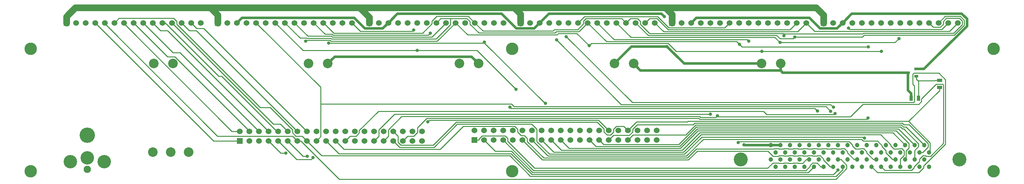
<source format=gtl>
G04 (created by PCBNEW (2013-mar-13)-testing) date Wed 08 Oct 2014 05:14:40 PM PDT*
%MOIN*%
G04 Gerber Fmt 3.4, Leading zero omitted, Abs format*
%FSLAX34Y34*%
G01*
G70*
G90*
G04 APERTURE LIST*
%ADD10C,0.005906*%
%ADD11C,0.100000*%
%ADD12R,0.060000X0.060000*%
%ADD13C,0.060000*%
%ADD14C,0.130000*%
%ADD15C,0.145669*%
%ADD16C,0.047244*%
%ADD17C,0.076000*%
%ADD18C,0.140000*%
%ADD19C,0.160000*%
%ADD20R,0.039400X0.031500*%
%ADD21R,0.055000X0.035000*%
%ADD22R,0.035000X0.055000*%
%ADD23C,0.035000*%
%ADD24C,0.010000*%
%ADD25C,0.025000*%
%ADD26C,0.070000*%
G04 APERTURE END LIST*
G54D10*
G54D11*
X29559Y-27137D03*
X31559Y-27137D03*
X45700Y-27137D03*
X47700Y-27137D03*
X61448Y-27137D03*
X63448Y-27137D03*
X77590Y-27137D03*
X79590Y-27137D03*
X92944Y-27137D03*
X94944Y-27137D03*
G54D12*
X38527Y-35208D03*
G54D13*
X38527Y-34208D03*
X43527Y-35208D03*
X39527Y-34208D03*
X44527Y-35208D03*
X40527Y-34208D03*
X45527Y-35208D03*
X41527Y-34208D03*
X46527Y-35208D03*
X42527Y-34208D03*
X47527Y-35208D03*
X43527Y-34208D03*
X48527Y-35208D03*
X44527Y-34208D03*
X49527Y-35208D03*
X45527Y-34208D03*
X50527Y-35208D03*
X46527Y-34208D03*
X51527Y-35208D03*
X47527Y-34208D03*
X52527Y-35208D03*
X48527Y-34208D03*
X53527Y-35208D03*
X49527Y-34208D03*
X50527Y-34208D03*
X54527Y-35208D03*
X51527Y-34208D03*
X53527Y-34208D03*
X54527Y-34208D03*
X55527Y-34208D03*
X56527Y-34208D03*
X55527Y-35208D03*
X56527Y-35208D03*
X39527Y-35208D03*
X40527Y-35208D03*
X41527Y-35208D03*
X42527Y-35208D03*
X57527Y-35208D03*
X57527Y-34208D03*
X52527Y-34208D03*
G54D12*
X20460Y-22874D03*
G54D13*
X21460Y-22874D03*
X22460Y-22874D03*
X23460Y-22874D03*
X24460Y-22874D03*
X25460Y-22874D03*
X26460Y-22874D03*
X27460Y-22874D03*
X28460Y-22874D03*
X29460Y-22874D03*
X30460Y-22874D03*
X31460Y-22874D03*
X32460Y-22874D03*
X33460Y-22874D03*
X34460Y-22874D03*
G54D12*
X36248Y-22874D03*
G54D13*
X37248Y-22874D03*
X38248Y-22874D03*
X39248Y-22874D03*
X40248Y-22874D03*
X41248Y-22874D03*
X42248Y-22874D03*
X43248Y-22874D03*
X44248Y-22874D03*
X45248Y-22874D03*
X46248Y-22874D03*
X47248Y-22874D03*
X48248Y-22874D03*
X49248Y-22874D03*
X50248Y-22874D03*
G54D12*
X52035Y-22874D03*
G54D13*
X53035Y-22874D03*
X54035Y-22874D03*
X55035Y-22874D03*
X56035Y-22874D03*
X57035Y-22874D03*
X58035Y-22874D03*
X59035Y-22874D03*
X60035Y-22874D03*
X61035Y-22874D03*
X62035Y-22874D03*
X63035Y-22874D03*
X64035Y-22874D03*
X65035Y-22874D03*
X66035Y-22874D03*
G54D12*
X67822Y-22874D03*
G54D13*
X68822Y-22874D03*
X69822Y-22874D03*
X70822Y-22874D03*
X71822Y-22874D03*
X72822Y-22874D03*
X73822Y-22874D03*
X74822Y-22874D03*
X75822Y-22874D03*
X76822Y-22874D03*
X77822Y-22874D03*
X78822Y-22874D03*
X79822Y-22874D03*
X80822Y-22874D03*
X81822Y-22874D03*
G54D12*
X83610Y-22874D03*
G54D13*
X84610Y-22874D03*
X85610Y-22874D03*
X86610Y-22874D03*
X87610Y-22874D03*
X88610Y-22874D03*
X89610Y-22874D03*
X90610Y-22874D03*
X91610Y-22874D03*
X92610Y-22874D03*
X93610Y-22874D03*
X94610Y-22874D03*
X95610Y-22874D03*
X96610Y-22874D03*
X97610Y-22874D03*
G54D12*
X99397Y-22874D03*
G54D13*
X100397Y-22874D03*
X101397Y-22874D03*
X102397Y-22874D03*
X103397Y-22874D03*
X104397Y-22874D03*
X105397Y-22874D03*
X106397Y-22874D03*
X107397Y-22874D03*
X108397Y-22874D03*
X109397Y-22874D03*
X110397Y-22874D03*
X111397Y-22874D03*
X112397Y-22874D03*
X113397Y-22874D03*
G54D14*
X117125Y-25590D03*
X16732Y-38385D03*
X117125Y-38385D03*
X66929Y-25590D03*
X66929Y-38385D03*
X16732Y-25590D03*
G54D15*
X90765Y-37163D03*
X113564Y-37163D03*
G54D16*
X93915Y-35663D03*
X94415Y-36413D03*
X94915Y-35663D03*
X95415Y-36413D03*
X95915Y-35663D03*
X96415Y-36413D03*
X96915Y-35663D03*
X97415Y-36413D03*
X97915Y-35663D03*
X98415Y-36413D03*
X98915Y-35663D03*
X99415Y-36413D03*
X99915Y-35663D03*
X100415Y-36413D03*
X100915Y-35663D03*
X101415Y-36413D03*
X101915Y-35663D03*
X102415Y-36413D03*
X102915Y-35663D03*
X103415Y-36413D03*
X103915Y-35663D03*
X104415Y-36413D03*
X104915Y-35663D03*
X105415Y-36413D03*
X105915Y-35663D03*
X106415Y-36413D03*
X106915Y-35663D03*
X107415Y-36413D03*
X107915Y-35663D03*
X108415Y-36413D03*
X108915Y-35663D03*
X109415Y-36413D03*
X109915Y-35663D03*
X110415Y-36413D03*
X93915Y-37163D03*
X94415Y-37913D03*
X94915Y-37163D03*
X95415Y-37913D03*
X95915Y-37163D03*
X96415Y-37913D03*
X96915Y-37163D03*
X97415Y-37913D03*
X97915Y-37163D03*
X98415Y-37913D03*
X98915Y-37163D03*
X99415Y-37913D03*
X99915Y-37163D03*
X100415Y-37913D03*
X100915Y-37163D03*
X101415Y-37913D03*
X101915Y-37163D03*
X102415Y-37913D03*
X102915Y-37163D03*
X103415Y-37913D03*
X103915Y-37163D03*
X104415Y-37913D03*
X104915Y-37163D03*
X105415Y-37913D03*
X105915Y-37163D03*
X106415Y-37913D03*
X106915Y-37163D03*
X107415Y-37913D03*
X107915Y-37163D03*
X108415Y-37913D03*
X108915Y-37163D03*
X109415Y-37913D03*
X109915Y-37163D03*
X110415Y-37913D03*
G54D17*
X22637Y-38178D03*
G54D18*
X22637Y-36998D03*
G54D19*
X22637Y-34638D03*
G54D18*
X24407Y-37388D03*
X20867Y-37388D03*
G54D11*
X29480Y-36377D03*
X31350Y-36377D03*
X33220Y-36377D03*
G54D12*
X63011Y-35137D03*
G54D13*
X63011Y-34137D03*
X68011Y-35137D03*
X64011Y-34137D03*
X69011Y-35137D03*
X65011Y-34137D03*
X70011Y-35137D03*
X66011Y-34137D03*
X71011Y-35137D03*
X67011Y-34137D03*
X72011Y-35137D03*
X68011Y-34137D03*
X73011Y-35137D03*
X69011Y-34137D03*
X74011Y-35137D03*
X70011Y-34137D03*
X75011Y-35137D03*
X71011Y-34137D03*
X76011Y-35137D03*
X72011Y-34137D03*
X77011Y-35137D03*
X73011Y-34137D03*
X78011Y-35137D03*
X74011Y-34137D03*
X75011Y-34137D03*
X79011Y-35137D03*
X76011Y-34137D03*
X78011Y-34137D03*
X79011Y-34137D03*
X80011Y-34137D03*
X81011Y-34137D03*
X80011Y-35137D03*
X81011Y-35137D03*
X64011Y-35137D03*
X65011Y-35137D03*
X66011Y-35137D03*
X67011Y-35137D03*
X82011Y-35137D03*
X82011Y-34137D03*
X77011Y-34137D03*
G54D20*
X108212Y-28078D03*
X109078Y-27703D03*
X109078Y-28453D03*
G54D21*
X111496Y-29626D03*
X111496Y-28876D03*
G54D22*
X109296Y-30763D03*
X108546Y-30763D03*
G54D23*
X57044Y-25749D03*
X67346Y-29837D03*
X90636Y-25108D03*
X104078Y-25388D03*
X91610Y-24778D03*
X92973Y-25842D03*
X74960Y-25266D03*
X105429Y-25842D03*
X45401Y-24787D03*
X94867Y-24935D03*
X58405Y-23945D03*
X107266Y-24519D03*
X95278Y-24210D03*
X96407Y-24359D03*
X70411Y-31303D03*
X64056Y-24906D03*
X47795Y-24999D03*
X102007Y-23413D03*
X56658Y-23624D03*
X58142Y-33211D03*
X100907Y-38262D03*
X100607Y-32373D03*
X72582Y-24307D03*
X88324Y-32597D03*
X104048Y-32834D03*
X100130Y-32110D03*
X100449Y-31702D03*
X71564Y-24649D03*
X90508Y-35385D03*
X87610Y-32433D03*
X103680Y-34908D03*
X82791Y-22231D03*
X98766Y-32101D03*
X66695Y-31688D03*
X43333Y-36491D03*
X46178Y-36961D03*
X45586Y-36817D03*
X83085Y-25347D03*
X91102Y-35629D03*
G54D24*
X74488Y-22208D02*
X73822Y-22874D01*
X82107Y-22208D02*
X74488Y-22208D01*
X83272Y-23374D02*
X82107Y-22208D01*
X89110Y-23374D02*
X83272Y-23374D01*
X89610Y-22874D02*
X89110Y-23374D01*
X45123Y-25749D02*
X42248Y-22874D01*
X57044Y-25749D02*
X45123Y-25749D01*
X63258Y-25749D02*
X67346Y-29837D01*
X57044Y-25749D02*
X63258Y-25749D01*
X26460Y-22962D02*
X26460Y-22874D01*
X37706Y-34208D02*
X26460Y-22962D01*
X38527Y-34208D02*
X37706Y-34208D01*
X30998Y-26412D02*
X27460Y-22874D01*
X31763Y-26412D02*
X30998Y-26412D01*
X39527Y-34176D02*
X31763Y-26412D01*
X39527Y-34208D02*
X39527Y-34176D01*
X90350Y-24822D02*
X90636Y-25108D01*
X76770Y-24822D02*
X90350Y-24822D01*
X74822Y-22874D02*
X76770Y-24822D01*
X90917Y-25388D02*
X104078Y-25388D01*
X90636Y-25108D02*
X90917Y-25388D01*
X59485Y-22423D02*
X60502Y-22423D01*
X59035Y-22874D02*
X59485Y-22423D01*
X73914Y-23782D02*
X74822Y-22874D01*
X71547Y-23782D02*
X73914Y-23782D01*
X71390Y-23938D02*
X71547Y-23782D01*
X63463Y-23938D02*
X71390Y-23938D01*
X62535Y-23010D02*
X63463Y-23938D01*
X62535Y-22737D02*
X62535Y-23010D01*
X62221Y-22423D02*
X62535Y-22737D01*
X60502Y-22423D02*
X62221Y-22423D01*
X44836Y-24462D02*
X43248Y-22874D01*
X45535Y-24462D02*
X44836Y-24462D01*
X45547Y-24474D02*
X45535Y-24462D01*
X48012Y-24474D02*
X45547Y-24474D01*
X48101Y-24562D02*
X48012Y-24474D01*
X59009Y-24562D02*
X48101Y-24562D01*
X60502Y-23069D02*
X59009Y-24562D01*
X60502Y-22423D02*
X60502Y-23069D01*
X31581Y-25994D02*
X28460Y-22874D01*
X32313Y-25994D02*
X31581Y-25994D01*
X40527Y-34208D02*
X32313Y-25994D01*
X77570Y-24622D02*
X75822Y-22874D01*
X91454Y-24622D02*
X77570Y-24622D01*
X91610Y-24778D02*
X91454Y-24622D01*
X45647Y-24273D02*
X44248Y-22874D01*
X48095Y-24273D02*
X45647Y-24273D01*
X48171Y-24349D02*
X48095Y-24273D01*
X58559Y-24349D02*
X48171Y-24349D01*
X60035Y-22874D02*
X58559Y-24349D01*
X92973Y-25842D02*
X105429Y-25842D01*
X30287Y-23700D02*
X29460Y-22874D01*
X31019Y-23700D02*
X30287Y-23700D01*
X41527Y-34208D02*
X31019Y-23700D01*
X75204Y-25022D02*
X74960Y-25266D01*
X83220Y-25022D02*
X75204Y-25022D01*
X84040Y-25842D02*
X83220Y-25022D01*
X92973Y-25842D02*
X84040Y-25842D01*
X62300Y-24138D02*
X61035Y-22874D01*
X71615Y-24138D02*
X62300Y-24138D01*
X71771Y-23982D02*
X71615Y-24138D01*
X73675Y-23982D02*
X71771Y-23982D01*
X74960Y-25266D02*
X73675Y-23982D01*
X45514Y-24674D02*
X45401Y-24787D01*
X47930Y-24674D02*
X45514Y-24674D01*
X48043Y-24787D02*
X47930Y-24674D01*
X59121Y-24787D02*
X48043Y-24787D01*
X61035Y-22874D02*
X59121Y-24787D01*
X42394Y-34208D02*
X42527Y-34208D01*
X36655Y-28470D02*
X42394Y-34208D01*
X36353Y-28470D02*
X36655Y-28470D01*
X30757Y-22874D02*
X36353Y-28470D01*
X30460Y-22874D02*
X30757Y-22874D01*
X58201Y-24149D02*
X58405Y-23945D01*
X48254Y-24149D02*
X58201Y-24149D01*
X48178Y-24073D02*
X48254Y-24149D01*
X47447Y-24073D02*
X48178Y-24073D01*
X46248Y-22874D02*
X47447Y-24073D01*
X94867Y-24935D02*
X94867Y-24935D01*
X79326Y-24377D02*
X77822Y-22874D01*
X94310Y-24377D02*
X79326Y-24377D01*
X94867Y-24935D02*
X94310Y-24377D01*
X106851Y-24935D02*
X107266Y-24519D01*
X94867Y-24935D02*
X106851Y-24935D01*
X95278Y-24210D02*
X95278Y-24011D01*
X79276Y-22420D02*
X78822Y-22874D01*
X80014Y-22420D02*
X79276Y-22420D01*
X80322Y-22728D02*
X80014Y-22420D01*
X80322Y-23015D02*
X80322Y-22728D01*
X81285Y-23977D02*
X80322Y-23015D01*
X95244Y-23977D02*
X81285Y-23977D01*
X95278Y-24011D02*
X95244Y-23977D01*
X42037Y-33450D02*
X31460Y-22874D01*
X42769Y-33450D02*
X42037Y-33450D01*
X43527Y-34208D02*
X42769Y-33450D01*
X63900Y-23738D02*
X63035Y-22874D01*
X71166Y-23738D02*
X63900Y-23738D01*
X71323Y-23582D02*
X71166Y-23738D01*
X73764Y-23582D02*
X71323Y-23582D01*
X74372Y-22973D02*
X73764Y-23582D01*
X74372Y-22687D02*
X74372Y-22973D01*
X74651Y-22408D02*
X74372Y-22687D01*
X78357Y-22408D02*
X74651Y-22408D01*
X78822Y-22874D02*
X78357Y-22408D01*
X47261Y-22874D02*
X47248Y-22874D01*
X48337Y-23949D02*
X47261Y-22874D01*
X57605Y-23949D02*
X48337Y-23949D01*
X58585Y-22969D02*
X57605Y-23949D01*
X58585Y-22687D02*
X58585Y-22969D01*
X59068Y-22204D02*
X58585Y-22687D01*
X62365Y-22204D02*
X59068Y-22204D01*
X63035Y-22874D02*
X62365Y-22204D01*
X103497Y-24011D02*
X95278Y-24011D01*
X103550Y-23958D02*
X103497Y-24011D01*
X112958Y-23958D02*
X103550Y-23958D01*
X113867Y-23050D02*
X112958Y-23958D01*
X113867Y-22685D02*
X113867Y-23050D01*
X113584Y-22402D02*
X113867Y-22685D01*
X112213Y-22402D02*
X113584Y-22402D01*
X111897Y-22718D02*
X112213Y-22402D01*
X111897Y-23014D02*
X111897Y-22718D01*
X111582Y-23329D02*
X111897Y-23014D01*
X110853Y-23329D02*
X111582Y-23329D01*
X110397Y-22874D02*
X110853Y-23329D01*
X81126Y-24177D02*
X79822Y-22874D01*
X94521Y-24177D02*
X81126Y-24177D01*
X94879Y-24535D02*
X94521Y-24177D01*
X96230Y-24535D02*
X94879Y-24535D01*
X96407Y-24359D02*
X96230Y-24535D01*
X33287Y-23700D02*
X32460Y-22874D01*
X34019Y-23700D02*
X33287Y-23700D01*
X44527Y-34208D02*
X34019Y-23700D01*
X64056Y-24906D02*
X64056Y-24987D01*
X70372Y-31303D02*
X70411Y-31303D01*
X64056Y-24987D02*
X70372Y-31303D01*
X47806Y-24987D02*
X47795Y-24999D01*
X47806Y-24987D02*
X47806Y-24987D01*
X64056Y-24987D02*
X47806Y-24987D01*
X64056Y-24987D02*
X64056Y-24987D01*
X103433Y-24359D02*
X96407Y-24359D01*
X103633Y-24159D02*
X103433Y-24359D01*
X113041Y-24159D02*
X103633Y-24159D01*
X114077Y-23124D02*
X113041Y-24159D01*
X114077Y-22607D02*
X114077Y-23124D01*
X113672Y-22202D02*
X114077Y-22607D01*
X112068Y-22202D02*
X113672Y-22202D01*
X111397Y-22874D02*
X112068Y-22202D01*
X95906Y-23577D02*
X96610Y-22874D01*
X83191Y-23577D02*
X95906Y-23577D01*
X82034Y-22420D02*
X83191Y-23577D01*
X81276Y-22420D02*
X82034Y-22420D01*
X80822Y-22874D02*
X81276Y-22420D01*
X34028Y-23441D02*
X33460Y-22874D01*
X34760Y-23441D02*
X34028Y-23441D01*
X45527Y-34208D02*
X34760Y-23441D01*
X102138Y-23544D02*
X102007Y-23413D01*
X111726Y-23544D02*
X102138Y-23544D01*
X112397Y-22874D02*
X111726Y-23544D01*
X82726Y-23777D02*
X81822Y-22874D01*
X96706Y-23777D02*
X82726Y-23777D01*
X97610Y-22874D02*
X96706Y-23777D01*
X98481Y-23744D02*
X97610Y-22874D01*
X112526Y-23744D02*
X98481Y-23744D01*
X113397Y-22874D02*
X112526Y-23744D01*
X56537Y-23744D02*
X56658Y-23624D01*
X51118Y-23744D02*
X56537Y-23744D01*
X50248Y-22874D02*
X51118Y-23744D01*
X58284Y-33069D02*
X58142Y-33211D01*
X75943Y-33069D02*
X58284Y-33069D01*
X77011Y-34137D02*
X75943Y-33069D01*
X45027Y-34708D02*
X45527Y-35208D01*
X44386Y-34708D02*
X45027Y-34708D01*
X44027Y-34349D02*
X44386Y-34708D01*
X44027Y-34067D02*
X44027Y-34349D01*
X41693Y-31733D02*
X44027Y-34067D01*
X40657Y-31733D02*
X41693Y-31733D01*
X31960Y-23036D02*
X40657Y-31733D01*
X31960Y-22712D02*
X31960Y-23036D01*
X31652Y-22404D02*
X31960Y-22712D01*
X25930Y-22404D02*
X31652Y-22404D01*
X25460Y-22874D02*
X25930Y-22404D01*
X101415Y-38214D02*
X101415Y-37913D01*
X100712Y-38916D02*
X101415Y-38214D01*
X68848Y-38916D02*
X100712Y-38916D01*
X66701Y-36770D02*
X68848Y-38916D01*
X47089Y-36770D02*
X66701Y-36770D01*
X47089Y-36770D02*
X47089Y-36770D01*
X45527Y-35208D02*
X47089Y-36770D01*
X48889Y-36570D02*
X47527Y-35208D01*
X66850Y-36570D02*
X48889Y-36570D01*
X68996Y-38716D02*
X66850Y-36570D01*
X100453Y-38716D02*
X68996Y-38716D01*
X100907Y-38262D02*
X100453Y-38716D01*
X50027Y-34708D02*
X49527Y-35208D01*
X50664Y-34708D02*
X50027Y-34708D01*
X50977Y-34395D02*
X50664Y-34708D01*
X50977Y-34121D02*
X50977Y-34395D01*
X52991Y-32107D02*
X50977Y-34121D01*
X93123Y-32107D02*
X52991Y-32107D01*
X93463Y-32447D02*
X93123Y-32107D01*
X100533Y-32447D02*
X93463Y-32447D01*
X100607Y-32373D02*
X100533Y-32447D01*
X79463Y-31188D02*
X72582Y-24307D01*
X108802Y-31188D02*
X79463Y-31188D01*
X108871Y-31120D02*
X108802Y-31188D01*
X108871Y-29451D02*
X108871Y-31120D01*
X108721Y-29300D02*
X108871Y-29451D01*
X108721Y-28236D02*
X108721Y-29300D01*
X108826Y-28130D02*
X108721Y-28236D01*
X111442Y-28130D02*
X108826Y-28130D01*
X112121Y-28809D02*
X111442Y-28130D01*
X112121Y-35550D02*
X112121Y-28809D01*
X109844Y-37826D02*
X112121Y-35550D01*
X109844Y-38031D02*
X109844Y-37826D01*
X109350Y-38525D02*
X109844Y-38031D01*
X105027Y-38525D02*
X109350Y-38525D01*
X104415Y-37913D02*
X105027Y-38525D01*
X88163Y-32758D02*
X88324Y-32597D01*
X86565Y-32758D02*
X88163Y-32758D01*
X86465Y-32658D02*
X86565Y-32758D01*
X55417Y-32658D02*
X86465Y-32658D01*
X54027Y-34048D02*
X55417Y-32658D01*
X54027Y-34708D02*
X54027Y-34048D01*
X53527Y-35208D02*
X54027Y-34708D01*
X105802Y-38300D02*
X105415Y-37913D01*
X108575Y-38300D02*
X105802Y-38300D01*
X108844Y-38031D02*
X108575Y-38300D01*
X108844Y-37923D02*
X108844Y-38031D01*
X109415Y-37352D02*
X108844Y-37923D01*
X109415Y-37107D02*
X109415Y-37352D01*
X109778Y-36744D02*
X109415Y-37107D01*
X110042Y-36744D02*
X109778Y-36744D01*
X110115Y-36817D02*
X110042Y-36744D01*
X110570Y-36817D02*
X110115Y-36817D01*
X111921Y-35467D02*
X110570Y-36817D01*
X111921Y-29389D02*
X111921Y-35467D01*
X111833Y-29301D02*
X111921Y-29389D01*
X111134Y-29301D02*
X111833Y-29301D01*
X109621Y-30814D02*
X111134Y-29301D01*
X109621Y-31102D02*
X109621Y-30814D01*
X109334Y-31389D02*
X109621Y-31102D01*
X103516Y-31389D02*
X109334Y-31389D01*
X102207Y-32698D02*
X103516Y-31389D01*
X88425Y-32698D02*
X102207Y-32698D01*
X88324Y-32597D02*
X88425Y-32698D01*
X103924Y-32958D02*
X104048Y-32834D01*
X86482Y-32958D02*
X103924Y-32958D01*
X86393Y-32869D02*
X86482Y-32958D01*
X58024Y-32869D02*
X86393Y-32869D01*
X57077Y-33816D02*
X58024Y-32869D01*
X57077Y-34320D02*
X57077Y-33816D01*
X56689Y-34708D02*
X57077Y-34320D01*
X56027Y-34708D02*
X56689Y-34708D01*
X55527Y-35208D02*
X56027Y-34708D01*
X107415Y-37116D02*
X107415Y-37913D01*
X107806Y-36724D02*
X107415Y-37116D01*
X107806Y-36247D02*
X107806Y-36724D01*
X107581Y-36021D02*
X107806Y-36247D01*
X107260Y-36021D02*
X107581Y-36021D01*
X107218Y-36063D02*
X107260Y-36021D01*
X106753Y-36063D02*
X107218Y-36063D01*
X106415Y-35725D02*
X106753Y-36063D01*
X106415Y-35608D02*
X106415Y-35725D01*
X105378Y-34571D02*
X106415Y-35608D01*
X86651Y-34571D02*
X105378Y-34571D01*
X84818Y-36404D02*
X86651Y-34571D01*
X71278Y-36404D02*
X84818Y-36404D01*
X70011Y-35137D02*
X71278Y-36404D01*
X72878Y-36004D02*
X72011Y-35137D01*
X84482Y-36004D02*
X72878Y-36004D01*
X86316Y-34170D02*
X84482Y-36004D01*
X106987Y-34170D02*
X86316Y-34170D01*
X108315Y-35497D02*
X106987Y-34170D01*
X108315Y-35953D02*
X108315Y-35497D01*
X108007Y-36261D02*
X108315Y-35953D01*
X108007Y-37071D02*
X108007Y-36261D01*
X107915Y-37163D02*
X108007Y-37071D01*
X76475Y-35601D02*
X76011Y-35137D01*
X84316Y-35601D02*
X76475Y-35601D01*
X86148Y-33770D02*
X84316Y-35601D01*
X107446Y-33770D02*
X86148Y-33770D01*
X107638Y-33962D02*
X107446Y-33770D01*
X107768Y-33962D02*
X107638Y-33962D01*
X109319Y-35513D02*
X107768Y-33962D01*
X109319Y-35806D02*
X109319Y-35513D01*
X108915Y-36210D02*
X109319Y-35806D01*
X108915Y-37163D02*
X108915Y-36210D01*
X44047Y-34728D02*
X44527Y-35208D01*
X36221Y-34728D02*
X44047Y-34728D01*
X24460Y-22967D02*
X36221Y-34728D01*
X24460Y-22874D02*
X24460Y-22967D01*
X101227Y-37163D02*
X100915Y-37163D01*
X101810Y-37746D02*
X101227Y-37163D01*
X101810Y-38102D02*
X101810Y-37746D01*
X100696Y-39215D02*
X101810Y-38102D01*
X48898Y-39215D02*
X100696Y-39215D01*
X44890Y-35208D02*
X48898Y-39215D01*
X44527Y-35208D02*
X44890Y-35208D01*
X46977Y-29603D02*
X46977Y-31363D01*
X40248Y-22874D02*
X46977Y-29603D01*
X46977Y-34758D02*
X46527Y-35208D01*
X46977Y-31363D02*
X46977Y-34758D01*
X66859Y-31363D02*
X46977Y-31363D01*
X67134Y-31638D02*
X66859Y-31363D01*
X99657Y-31638D02*
X67134Y-31638D01*
X100130Y-32110D02*
X99657Y-31638D01*
X77511Y-34637D02*
X77011Y-35137D01*
X79152Y-34637D02*
X77511Y-34637D01*
X79511Y-34278D02*
X79152Y-34637D01*
X79511Y-33996D02*
X79511Y-34278D01*
X79972Y-33536D02*
X79511Y-33996D01*
X85816Y-33536D02*
X79972Y-33536D01*
X85982Y-33370D02*
X85816Y-33536D01*
X107612Y-33370D02*
X85982Y-33370D01*
X107778Y-33536D02*
X107612Y-33370D01*
X108354Y-33536D02*
X107778Y-33536D01*
X110302Y-35484D02*
X108354Y-33536D01*
X110302Y-35845D02*
X110302Y-35484D01*
X109734Y-36413D02*
X110302Y-35845D01*
X109415Y-36413D02*
X109734Y-36413D01*
X79548Y-34601D02*
X79011Y-35137D01*
X85034Y-34601D02*
X79548Y-34601D01*
X86065Y-33570D02*
X85034Y-34601D01*
X107529Y-33570D02*
X86065Y-33570D01*
X107699Y-33740D02*
X107529Y-33570D01*
X107992Y-33740D02*
X107699Y-33740D01*
X109915Y-35663D02*
X107992Y-33740D01*
X102603Y-37163D02*
X102915Y-37163D01*
X101915Y-36475D02*
X102603Y-37163D01*
X101915Y-36342D02*
X101915Y-36475D01*
X101594Y-36021D02*
X101915Y-36342D01*
X101260Y-36021D02*
X101594Y-36021D01*
X101230Y-36052D02*
X101260Y-36021D01*
X100757Y-36052D02*
X101230Y-36052D01*
X100727Y-36021D02*
X100757Y-36052D01*
X100260Y-36021D02*
X100727Y-36021D01*
X100230Y-36052D02*
X100260Y-36021D01*
X99757Y-36052D02*
X100230Y-36052D01*
X99727Y-36021D02*
X99757Y-36052D01*
X99260Y-36021D02*
X99727Y-36021D01*
X99230Y-36052D02*
X99260Y-36021D01*
X98757Y-36052D02*
X99230Y-36052D01*
X98727Y-36021D02*
X98757Y-36052D01*
X98260Y-36021D02*
X98727Y-36021D01*
X98230Y-36052D02*
X98260Y-36021D01*
X97757Y-36052D02*
X98230Y-36052D01*
X97727Y-36021D02*
X97757Y-36052D01*
X97260Y-36021D02*
X97727Y-36021D01*
X97230Y-36052D02*
X97260Y-36021D01*
X96757Y-36052D02*
X97230Y-36052D01*
X96727Y-36021D02*
X96757Y-36052D01*
X96260Y-36021D02*
X96727Y-36021D01*
X96230Y-36052D02*
X96260Y-36021D01*
X95757Y-36052D02*
X96230Y-36052D01*
X95727Y-36021D02*
X95757Y-36052D01*
X95260Y-36021D02*
X95727Y-36021D01*
X95230Y-36052D02*
X95260Y-36021D01*
X94757Y-36052D02*
X95230Y-36052D01*
X94727Y-36021D02*
X94757Y-36052D01*
X94260Y-36021D02*
X94727Y-36021D01*
X94232Y-36049D02*
X94260Y-36021D01*
X86150Y-36049D02*
X94232Y-36049D01*
X85195Y-37005D02*
X86150Y-36049D01*
X70238Y-37005D02*
X85195Y-37005D01*
X68511Y-35278D02*
X70238Y-37005D01*
X68511Y-34971D02*
X68511Y-35278D01*
X68201Y-34661D02*
X68511Y-34971D01*
X67873Y-34661D02*
X68201Y-34661D01*
X67511Y-34299D02*
X67873Y-34661D01*
X67511Y-33993D02*
X67511Y-34299D01*
X67203Y-33684D02*
X67511Y-33993D01*
X61842Y-33684D02*
X67203Y-33684D01*
X59441Y-36086D02*
X61842Y-33684D01*
X49405Y-36086D02*
X59441Y-36086D01*
X48527Y-35208D02*
X49405Y-36086D01*
X78322Y-31407D02*
X71564Y-24649D01*
X100154Y-31407D02*
X78322Y-31407D01*
X100449Y-31702D02*
X100154Y-31407D01*
X90616Y-35277D02*
X90508Y-35385D01*
X102078Y-35277D02*
X90616Y-35277D01*
X102415Y-35613D02*
X102078Y-35277D01*
X102415Y-35725D02*
X102415Y-35613D01*
X102753Y-36063D02*
X102415Y-35725D01*
X103218Y-36063D02*
X102753Y-36063D01*
X103260Y-36021D02*
X103218Y-36063D01*
X103594Y-36021D02*
X103260Y-36021D01*
X103915Y-36342D02*
X103594Y-36021D01*
X103915Y-36475D02*
X103915Y-36342D01*
X104603Y-37163D02*
X103915Y-36475D01*
X104915Y-37163D02*
X104603Y-37163D01*
X54658Y-32433D02*
X87610Y-32433D01*
X53027Y-34064D02*
X54658Y-32433D01*
X53027Y-34708D02*
X53027Y-34064D01*
X52527Y-35208D02*
X53027Y-34708D01*
X103602Y-34830D02*
X103680Y-34908D01*
X86693Y-34830D02*
X103602Y-34830D01*
X84918Y-36605D02*
X86693Y-34830D01*
X70842Y-36605D02*
X84918Y-36605D01*
X69511Y-35274D02*
X70842Y-36605D01*
X69511Y-34001D02*
X69511Y-35274D01*
X68980Y-33469D02*
X69511Y-34001D01*
X61219Y-33469D02*
X68980Y-33469D01*
X58802Y-35886D02*
X61219Y-33469D01*
X55205Y-35886D02*
X58802Y-35886D01*
X54527Y-35208D02*
X55205Y-35886D01*
X106609Y-37163D02*
X106915Y-37163D01*
X105915Y-36469D02*
X106609Y-37163D01*
X105915Y-36223D02*
X105915Y-36469D01*
X105512Y-35821D02*
X105915Y-36223D01*
X105512Y-35714D02*
X105512Y-35821D01*
X105032Y-35233D02*
X105512Y-35714D01*
X103546Y-35233D02*
X105032Y-35233D01*
X103364Y-35052D02*
X103546Y-35233D01*
X86865Y-35052D02*
X103364Y-35052D01*
X85112Y-36805D02*
X86865Y-35052D01*
X70679Y-36805D02*
X85112Y-36805D01*
X69011Y-35137D02*
X70679Y-36805D01*
X106623Y-34371D02*
X107915Y-35663D01*
X86498Y-34371D02*
X106623Y-34371D01*
X84665Y-36204D02*
X86498Y-34371D01*
X72078Y-36204D02*
X84665Y-36204D01*
X71011Y-35137D02*
X72078Y-36204D01*
X75675Y-35801D02*
X75011Y-35137D01*
X84399Y-35801D02*
X75675Y-35801D01*
X86231Y-33970D02*
X84399Y-35801D01*
X107222Y-33970D02*
X86231Y-33970D01*
X108915Y-35663D02*
X107222Y-33970D01*
X111496Y-29626D02*
X111496Y-29952D01*
X111496Y-29952D02*
X108274Y-33173D01*
X110508Y-35407D02*
X108274Y-33173D01*
X110508Y-36320D02*
X110508Y-35407D01*
X110415Y-36413D02*
X110508Y-36320D01*
X55027Y-34708D02*
X54527Y-34208D01*
X55027Y-35370D02*
X55027Y-34708D01*
X55331Y-35673D02*
X55027Y-35370D01*
X58715Y-35673D02*
X55331Y-35673D01*
X61119Y-33269D02*
X58715Y-35673D01*
X75816Y-33269D02*
X61119Y-33269D01*
X76511Y-33965D02*
X75816Y-33269D01*
X76511Y-34274D02*
X76511Y-33965D01*
X76825Y-34587D02*
X76511Y-34274D01*
X77202Y-34587D02*
X76825Y-34587D01*
X77511Y-34278D02*
X77202Y-34587D01*
X77511Y-33976D02*
X77511Y-34278D01*
X77800Y-33687D02*
X77511Y-33976D01*
X78561Y-33687D02*
X77800Y-33687D01*
X79011Y-34137D02*
X78561Y-33687D01*
X79910Y-33238D02*
X79011Y-34137D01*
X85174Y-33238D02*
X79910Y-33238D01*
X85181Y-33232D02*
X85174Y-33238D01*
X85220Y-33232D02*
X85181Y-33232D01*
X85278Y-33173D02*
X85220Y-33232D01*
X85896Y-33173D02*
X85278Y-33173D01*
X85899Y-33169D02*
X85896Y-33173D01*
X107695Y-33169D02*
X85899Y-33169D01*
X107698Y-33173D02*
X107695Y-33169D01*
X108274Y-33173D02*
X107698Y-33173D01*
X108274Y-33173D02*
X108274Y-33173D01*
G54D25*
X86140Y-22343D02*
X85610Y-22874D01*
X97925Y-22343D02*
X86140Y-22343D01*
X99033Y-23451D02*
X97925Y-22343D01*
X100820Y-23451D02*
X99033Y-23451D01*
X101397Y-22874D02*
X100820Y-23451D01*
X102344Y-21927D02*
X101397Y-22874D01*
X113810Y-21927D02*
X102344Y-21927D01*
X114357Y-22473D02*
X113810Y-21927D01*
X114357Y-23232D02*
X114357Y-22473D01*
X109886Y-27703D02*
X114357Y-23232D01*
X109078Y-27703D02*
X109886Y-27703D01*
X53453Y-23455D02*
X54035Y-22874D01*
X51575Y-23455D02*
X53453Y-23455D01*
X50461Y-22341D02*
X51575Y-23455D01*
X38780Y-22341D02*
X50461Y-22341D01*
X38248Y-22874D02*
X38780Y-22341D01*
X70763Y-21933D02*
X69822Y-22874D01*
X82493Y-21933D02*
X70763Y-21933D01*
X82791Y-22231D02*
X82493Y-21933D01*
X54980Y-21929D02*
X54035Y-22874D01*
X65836Y-21929D02*
X54980Y-21929D01*
X67363Y-23455D02*
X65836Y-21929D01*
X69241Y-23455D02*
X67363Y-23455D01*
X69822Y-22874D02*
X69241Y-23455D01*
G54D24*
X35795Y-35208D02*
X23460Y-22874D01*
X38527Y-35208D02*
X35795Y-35208D01*
X63011Y-35137D02*
X63461Y-35137D01*
X63461Y-35025D02*
X63461Y-35137D01*
X63799Y-34687D02*
X63461Y-35025D01*
X66198Y-34687D02*
X63799Y-34687D01*
X66474Y-34963D02*
X66198Y-34687D01*
X66474Y-35240D02*
X66474Y-34963D01*
X69289Y-38056D02*
X66474Y-35240D01*
X93582Y-38056D02*
X69289Y-38056D01*
X94129Y-37509D02*
X93582Y-38056D01*
X94714Y-37509D02*
X94129Y-37509D01*
X94757Y-37552D02*
X94714Y-37509D01*
X95230Y-37552D02*
X94757Y-37552D01*
X95260Y-37521D02*
X95230Y-37552D01*
X95727Y-37521D02*
X95260Y-37521D01*
X95757Y-37552D02*
X95727Y-37521D01*
X96230Y-37552D02*
X95757Y-37552D01*
X96260Y-37521D02*
X96230Y-37552D01*
X96727Y-37521D02*
X96260Y-37521D01*
X96757Y-37552D02*
X96727Y-37521D01*
X97230Y-37552D02*
X96757Y-37552D01*
X97618Y-37163D02*
X97230Y-37552D01*
X97915Y-37163D02*
X97618Y-37163D01*
X65178Y-36304D02*
X64011Y-35137D01*
X66884Y-36304D02*
X65178Y-36304D01*
X69087Y-38507D02*
X66884Y-36304D01*
X97821Y-38507D02*
X69087Y-38507D01*
X98415Y-37913D02*
X97821Y-38507D01*
X66844Y-31838D02*
X66695Y-31688D01*
X98503Y-31838D02*
X66844Y-31838D01*
X98766Y-32101D02*
X98503Y-31838D01*
X69181Y-38307D02*
X66011Y-35137D01*
X97576Y-38307D02*
X69181Y-38307D01*
X98021Y-37862D02*
X97576Y-38307D01*
X98021Y-37760D02*
X98021Y-37862D01*
X98259Y-37521D02*
X98021Y-37760D01*
X98727Y-37521D02*
X98259Y-37521D01*
X99118Y-37913D02*
X98727Y-37521D01*
X99415Y-37913D02*
X99118Y-37913D01*
X42810Y-36491D02*
X43333Y-36491D01*
X41527Y-35208D02*
X42810Y-36491D01*
X44461Y-37142D02*
X42527Y-35208D01*
X45998Y-37142D02*
X44461Y-37142D01*
X46178Y-36961D02*
X45998Y-37142D01*
X100118Y-37913D02*
X100415Y-37913D01*
X99415Y-37209D02*
X100118Y-37913D01*
X99415Y-37116D02*
X99415Y-37209D01*
X99071Y-36771D02*
X99415Y-37116D01*
X98760Y-36771D02*
X99071Y-36771D01*
X98730Y-36802D02*
X98760Y-36771D01*
X98257Y-36802D02*
X98730Y-36802D01*
X98227Y-36771D02*
X98257Y-36802D01*
X97760Y-36771D02*
X98227Y-36771D01*
X97730Y-36802D02*
X97760Y-36771D01*
X97257Y-36802D02*
X97730Y-36802D01*
X97227Y-36771D02*
X97257Y-36802D01*
X96760Y-36771D02*
X97227Y-36771D01*
X96730Y-36802D02*
X96760Y-36771D01*
X96257Y-36802D02*
X96730Y-36802D01*
X96227Y-36771D02*
X96257Y-36802D01*
X95760Y-36771D02*
X96227Y-36771D01*
X95730Y-36802D02*
X95760Y-36771D01*
X95257Y-36802D02*
X95730Y-36802D01*
X95227Y-36771D02*
X95257Y-36802D01*
X94760Y-36771D02*
X95227Y-36771D01*
X94718Y-36813D02*
X94760Y-36771D01*
X94126Y-36813D02*
X94718Y-36813D01*
X93591Y-36279D02*
X94126Y-36813D01*
X86232Y-36279D02*
X93591Y-36279D01*
X85306Y-37205D02*
X86232Y-36279D01*
X70079Y-37205D02*
X85306Y-37205D01*
X68011Y-35137D02*
X70079Y-37205D01*
X45135Y-36817D02*
X43527Y-35208D01*
X45586Y-36817D02*
X45135Y-36817D01*
G54D26*
X99397Y-22066D02*
X99397Y-22874D01*
X98629Y-21299D02*
X99397Y-22066D01*
X82905Y-21299D02*
X98629Y-21299D01*
X83610Y-22003D02*
X83610Y-22874D01*
X82905Y-21299D02*
X83610Y-22003D01*
X67822Y-21940D02*
X67822Y-22874D01*
X67181Y-21299D02*
X67822Y-21940D01*
X52035Y-22295D02*
X52035Y-22874D01*
X51039Y-21299D02*
X52035Y-22295D01*
X36248Y-22066D02*
X36248Y-22874D01*
X35480Y-21299D02*
X36248Y-22066D01*
X21381Y-21299D02*
X35480Y-21299D01*
X20460Y-22220D02*
X21381Y-21299D01*
X20460Y-22874D02*
X20460Y-22220D01*
X50862Y-21299D02*
X51039Y-21299D01*
X35480Y-21299D02*
X50862Y-21299D01*
X50862Y-21299D02*
X51039Y-21299D01*
X67129Y-21299D02*
X67181Y-21299D01*
X67181Y-21299D02*
X82905Y-21299D01*
X51039Y-21299D02*
X67129Y-21299D01*
X67129Y-21299D02*
X67181Y-21299D01*
G54D25*
X79380Y-25347D02*
X77590Y-27137D01*
X83085Y-25347D02*
X79380Y-25347D01*
X84876Y-27137D02*
X83085Y-25347D01*
X92944Y-27137D02*
X84876Y-27137D01*
X93915Y-35663D02*
X91135Y-35663D01*
X91135Y-35663D02*
X91102Y-35629D01*
X108546Y-30763D02*
X108546Y-30263D01*
X108212Y-29930D02*
X108212Y-28078D01*
X108546Y-30263D02*
X108212Y-29930D01*
X108212Y-28078D02*
X107790Y-28078D01*
X80322Y-27870D02*
X94944Y-27870D01*
X79590Y-27137D02*
X80322Y-27870D01*
X94944Y-27137D02*
X94944Y-27870D01*
X95153Y-28078D02*
X107790Y-28078D01*
X94944Y-27870D02*
X95153Y-28078D01*
X94915Y-35663D02*
X93915Y-35663D01*
X62722Y-26411D02*
X63448Y-27137D01*
X48427Y-26411D02*
X62722Y-26411D01*
X47700Y-27137D02*
X48427Y-26411D01*
G54D24*
X111496Y-28876D02*
X111070Y-28876D01*
X109078Y-28453D02*
X109078Y-28761D01*
X109296Y-30763D02*
X109296Y-28933D01*
X111014Y-28933D02*
X109296Y-28933D01*
X111070Y-28876D02*
X111014Y-28933D01*
X109250Y-28933D02*
X109078Y-28761D01*
X109296Y-28933D02*
X109250Y-28933D01*
M02*

</source>
